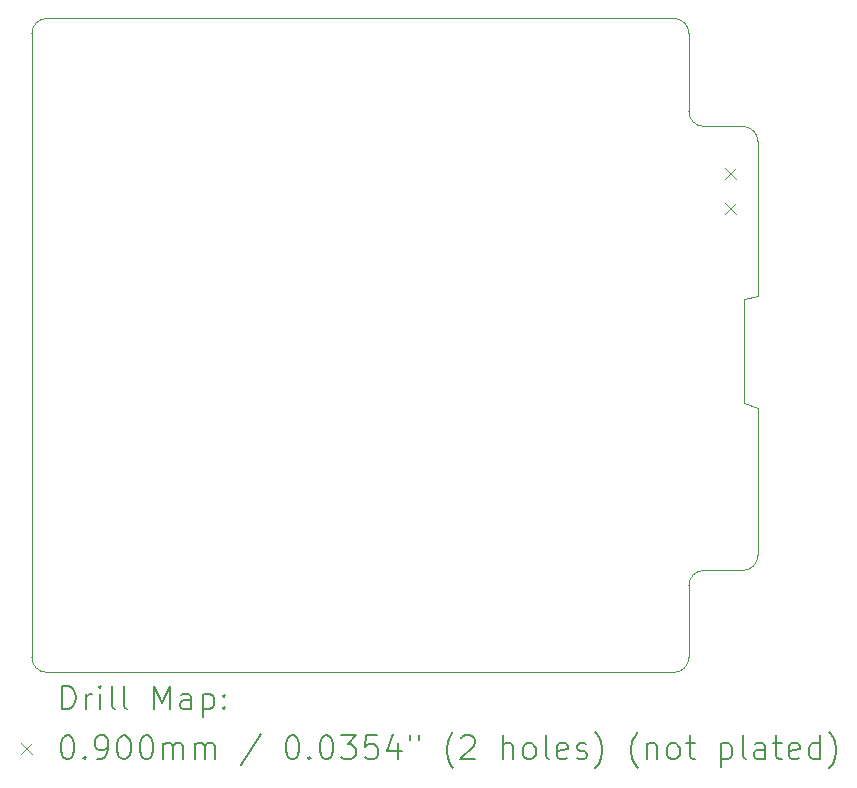
<source format=gbr>
%FSLAX45Y45*%
G04 Gerber Fmt 4.5, Leading zero omitted, Abs format (unit mm)*
G04 Created by KiCad (PCBNEW (6.0.4-0)) date 2023-01-26 09:36:56*
%MOMM*%
%LPD*%
G01*
G04 APERTURE LIST*
%TA.AperFunction,Profile*%
%ADD10C,0.050000*%
%TD*%
%ADD11C,0.200000*%
%ADD12C,0.090000*%
G04 APERTURE END LIST*
D10*
X18656300Y-7994650D02*
X18656300Y-9245600D01*
X12509500Y-10109200D02*
X12509500Y-4826000D01*
X18199100Y-5613400D02*
X18529300Y-5613400D01*
X18072100Y-9499600D02*
X18072100Y-10109200D01*
X18656300Y-5740400D02*
G75*
G03*
X18529300Y-5613400I-127000J0D01*
G01*
X18529300Y-9372600D02*
G75*
G03*
X18656300Y-9245600I0J127000D01*
G01*
X18072100Y-5486400D02*
G75*
G03*
X18199100Y-5613400I127000J0D01*
G01*
X18072100Y-4826000D02*
X18072100Y-5486400D01*
X18199100Y-9372600D02*
G75*
G03*
X18072100Y-9499600I0J-127000D01*
G01*
X18199100Y-9372600D02*
X18529300Y-9372600D01*
X12636500Y-4699000D02*
X17945100Y-4699000D01*
X17945100Y-10236200D02*
X12636500Y-10236200D01*
X12509500Y-10109200D02*
G75*
G03*
X12636500Y-10236200I127000J0D01*
G01*
X18542000Y-7076440D02*
X18542000Y-7956550D01*
X17945100Y-10236200D02*
G75*
G03*
X18072100Y-10109200I0J127000D01*
G01*
X12636500Y-4699000D02*
G75*
G03*
X12509500Y-4826000I0J-127000D01*
G01*
X18656300Y-5740400D02*
X18656300Y-7045960D01*
X18542000Y-7076440D02*
X18656300Y-7045960D01*
X18072100Y-4826000D02*
G75*
G03*
X17945100Y-4699000I-127000J0D01*
G01*
X18656300Y-7994650D02*
X18542000Y-7956550D01*
D11*
D12*
X18377600Y-5964500D02*
X18467600Y-6054500D01*
X18467600Y-5964500D02*
X18377600Y-6054500D01*
X18377600Y-6264500D02*
X18467600Y-6354500D01*
X18467600Y-6264500D02*
X18377600Y-6354500D01*
D11*
X12764619Y-10549176D02*
X12764619Y-10349176D01*
X12812238Y-10349176D01*
X12840809Y-10358700D01*
X12859857Y-10377748D01*
X12869381Y-10396795D01*
X12878905Y-10434890D01*
X12878905Y-10463462D01*
X12869381Y-10501557D01*
X12859857Y-10520605D01*
X12840809Y-10539652D01*
X12812238Y-10549176D01*
X12764619Y-10549176D01*
X12964619Y-10549176D02*
X12964619Y-10415843D01*
X12964619Y-10453938D02*
X12974143Y-10434890D01*
X12983667Y-10425367D01*
X13002714Y-10415843D01*
X13021762Y-10415843D01*
X13088428Y-10549176D02*
X13088428Y-10415843D01*
X13088428Y-10349176D02*
X13078905Y-10358700D01*
X13088428Y-10368224D01*
X13097952Y-10358700D01*
X13088428Y-10349176D01*
X13088428Y-10368224D01*
X13212238Y-10549176D02*
X13193190Y-10539652D01*
X13183667Y-10520605D01*
X13183667Y-10349176D01*
X13317000Y-10549176D02*
X13297952Y-10539652D01*
X13288428Y-10520605D01*
X13288428Y-10349176D01*
X13545571Y-10549176D02*
X13545571Y-10349176D01*
X13612238Y-10492033D01*
X13678905Y-10349176D01*
X13678905Y-10549176D01*
X13859857Y-10549176D02*
X13859857Y-10444414D01*
X13850333Y-10425367D01*
X13831286Y-10415843D01*
X13793190Y-10415843D01*
X13774143Y-10425367D01*
X13859857Y-10539652D02*
X13840809Y-10549176D01*
X13793190Y-10549176D01*
X13774143Y-10539652D01*
X13764619Y-10520605D01*
X13764619Y-10501557D01*
X13774143Y-10482510D01*
X13793190Y-10472986D01*
X13840809Y-10472986D01*
X13859857Y-10463462D01*
X13955095Y-10415843D02*
X13955095Y-10615843D01*
X13955095Y-10425367D02*
X13974143Y-10415843D01*
X14012238Y-10415843D01*
X14031286Y-10425367D01*
X14040809Y-10434890D01*
X14050333Y-10453938D01*
X14050333Y-10511081D01*
X14040809Y-10530129D01*
X14031286Y-10539652D01*
X14012238Y-10549176D01*
X13974143Y-10549176D01*
X13955095Y-10539652D01*
X14136048Y-10530129D02*
X14145571Y-10539652D01*
X14136048Y-10549176D01*
X14126524Y-10539652D01*
X14136048Y-10530129D01*
X14136048Y-10549176D01*
X14136048Y-10425367D02*
X14145571Y-10434890D01*
X14136048Y-10444414D01*
X14126524Y-10434890D01*
X14136048Y-10425367D01*
X14136048Y-10444414D01*
D12*
X12417000Y-10833700D02*
X12507000Y-10923700D01*
X12507000Y-10833700D02*
X12417000Y-10923700D01*
D11*
X12802714Y-10769176D02*
X12821762Y-10769176D01*
X12840809Y-10778700D01*
X12850333Y-10788224D01*
X12859857Y-10807271D01*
X12869381Y-10845367D01*
X12869381Y-10892986D01*
X12859857Y-10931081D01*
X12850333Y-10950129D01*
X12840809Y-10959652D01*
X12821762Y-10969176D01*
X12802714Y-10969176D01*
X12783667Y-10959652D01*
X12774143Y-10950129D01*
X12764619Y-10931081D01*
X12755095Y-10892986D01*
X12755095Y-10845367D01*
X12764619Y-10807271D01*
X12774143Y-10788224D01*
X12783667Y-10778700D01*
X12802714Y-10769176D01*
X12955095Y-10950129D02*
X12964619Y-10959652D01*
X12955095Y-10969176D01*
X12945571Y-10959652D01*
X12955095Y-10950129D01*
X12955095Y-10969176D01*
X13059857Y-10969176D02*
X13097952Y-10969176D01*
X13117000Y-10959652D01*
X13126524Y-10950129D01*
X13145571Y-10921557D01*
X13155095Y-10883462D01*
X13155095Y-10807271D01*
X13145571Y-10788224D01*
X13136048Y-10778700D01*
X13117000Y-10769176D01*
X13078905Y-10769176D01*
X13059857Y-10778700D01*
X13050333Y-10788224D01*
X13040809Y-10807271D01*
X13040809Y-10854890D01*
X13050333Y-10873938D01*
X13059857Y-10883462D01*
X13078905Y-10892986D01*
X13117000Y-10892986D01*
X13136048Y-10883462D01*
X13145571Y-10873938D01*
X13155095Y-10854890D01*
X13278905Y-10769176D02*
X13297952Y-10769176D01*
X13317000Y-10778700D01*
X13326524Y-10788224D01*
X13336048Y-10807271D01*
X13345571Y-10845367D01*
X13345571Y-10892986D01*
X13336048Y-10931081D01*
X13326524Y-10950129D01*
X13317000Y-10959652D01*
X13297952Y-10969176D01*
X13278905Y-10969176D01*
X13259857Y-10959652D01*
X13250333Y-10950129D01*
X13240809Y-10931081D01*
X13231286Y-10892986D01*
X13231286Y-10845367D01*
X13240809Y-10807271D01*
X13250333Y-10788224D01*
X13259857Y-10778700D01*
X13278905Y-10769176D01*
X13469381Y-10769176D02*
X13488428Y-10769176D01*
X13507476Y-10778700D01*
X13517000Y-10788224D01*
X13526524Y-10807271D01*
X13536048Y-10845367D01*
X13536048Y-10892986D01*
X13526524Y-10931081D01*
X13517000Y-10950129D01*
X13507476Y-10959652D01*
X13488428Y-10969176D01*
X13469381Y-10969176D01*
X13450333Y-10959652D01*
X13440809Y-10950129D01*
X13431286Y-10931081D01*
X13421762Y-10892986D01*
X13421762Y-10845367D01*
X13431286Y-10807271D01*
X13440809Y-10788224D01*
X13450333Y-10778700D01*
X13469381Y-10769176D01*
X13621762Y-10969176D02*
X13621762Y-10835843D01*
X13621762Y-10854890D02*
X13631286Y-10845367D01*
X13650333Y-10835843D01*
X13678905Y-10835843D01*
X13697952Y-10845367D01*
X13707476Y-10864414D01*
X13707476Y-10969176D01*
X13707476Y-10864414D02*
X13717000Y-10845367D01*
X13736048Y-10835843D01*
X13764619Y-10835843D01*
X13783667Y-10845367D01*
X13793190Y-10864414D01*
X13793190Y-10969176D01*
X13888428Y-10969176D02*
X13888428Y-10835843D01*
X13888428Y-10854890D02*
X13897952Y-10845367D01*
X13917000Y-10835843D01*
X13945571Y-10835843D01*
X13964619Y-10845367D01*
X13974143Y-10864414D01*
X13974143Y-10969176D01*
X13974143Y-10864414D02*
X13983667Y-10845367D01*
X14002714Y-10835843D01*
X14031286Y-10835843D01*
X14050333Y-10845367D01*
X14059857Y-10864414D01*
X14059857Y-10969176D01*
X14450333Y-10759652D02*
X14278905Y-11016795D01*
X14707476Y-10769176D02*
X14726524Y-10769176D01*
X14745571Y-10778700D01*
X14755095Y-10788224D01*
X14764619Y-10807271D01*
X14774143Y-10845367D01*
X14774143Y-10892986D01*
X14764619Y-10931081D01*
X14755095Y-10950129D01*
X14745571Y-10959652D01*
X14726524Y-10969176D01*
X14707476Y-10969176D01*
X14688428Y-10959652D01*
X14678905Y-10950129D01*
X14669381Y-10931081D01*
X14659857Y-10892986D01*
X14659857Y-10845367D01*
X14669381Y-10807271D01*
X14678905Y-10788224D01*
X14688428Y-10778700D01*
X14707476Y-10769176D01*
X14859857Y-10950129D02*
X14869381Y-10959652D01*
X14859857Y-10969176D01*
X14850333Y-10959652D01*
X14859857Y-10950129D01*
X14859857Y-10969176D01*
X14993190Y-10769176D02*
X15012238Y-10769176D01*
X15031286Y-10778700D01*
X15040809Y-10788224D01*
X15050333Y-10807271D01*
X15059857Y-10845367D01*
X15059857Y-10892986D01*
X15050333Y-10931081D01*
X15040809Y-10950129D01*
X15031286Y-10959652D01*
X15012238Y-10969176D01*
X14993190Y-10969176D01*
X14974143Y-10959652D01*
X14964619Y-10950129D01*
X14955095Y-10931081D01*
X14945571Y-10892986D01*
X14945571Y-10845367D01*
X14955095Y-10807271D01*
X14964619Y-10788224D01*
X14974143Y-10778700D01*
X14993190Y-10769176D01*
X15126524Y-10769176D02*
X15250333Y-10769176D01*
X15183667Y-10845367D01*
X15212238Y-10845367D01*
X15231286Y-10854890D01*
X15240809Y-10864414D01*
X15250333Y-10883462D01*
X15250333Y-10931081D01*
X15240809Y-10950129D01*
X15231286Y-10959652D01*
X15212238Y-10969176D01*
X15155095Y-10969176D01*
X15136048Y-10959652D01*
X15126524Y-10950129D01*
X15431286Y-10769176D02*
X15336048Y-10769176D01*
X15326524Y-10864414D01*
X15336048Y-10854890D01*
X15355095Y-10845367D01*
X15402714Y-10845367D01*
X15421762Y-10854890D01*
X15431286Y-10864414D01*
X15440809Y-10883462D01*
X15440809Y-10931081D01*
X15431286Y-10950129D01*
X15421762Y-10959652D01*
X15402714Y-10969176D01*
X15355095Y-10969176D01*
X15336048Y-10959652D01*
X15326524Y-10950129D01*
X15612238Y-10835843D02*
X15612238Y-10969176D01*
X15564619Y-10759652D02*
X15517000Y-10902510D01*
X15640809Y-10902510D01*
X15707476Y-10769176D02*
X15707476Y-10807271D01*
X15783667Y-10769176D02*
X15783667Y-10807271D01*
X16078905Y-11045367D02*
X16069381Y-11035843D01*
X16050333Y-11007271D01*
X16040809Y-10988224D01*
X16031286Y-10959652D01*
X16021762Y-10912033D01*
X16021762Y-10873938D01*
X16031286Y-10826319D01*
X16040809Y-10797748D01*
X16050333Y-10778700D01*
X16069381Y-10750129D01*
X16078905Y-10740605D01*
X16145571Y-10788224D02*
X16155095Y-10778700D01*
X16174143Y-10769176D01*
X16221762Y-10769176D01*
X16240809Y-10778700D01*
X16250333Y-10788224D01*
X16259857Y-10807271D01*
X16259857Y-10826319D01*
X16250333Y-10854890D01*
X16136048Y-10969176D01*
X16259857Y-10969176D01*
X16497952Y-10969176D02*
X16497952Y-10769176D01*
X16583667Y-10969176D02*
X16583667Y-10864414D01*
X16574143Y-10845367D01*
X16555095Y-10835843D01*
X16526524Y-10835843D01*
X16507476Y-10845367D01*
X16497952Y-10854890D01*
X16707476Y-10969176D02*
X16688428Y-10959652D01*
X16678905Y-10950129D01*
X16669381Y-10931081D01*
X16669381Y-10873938D01*
X16678905Y-10854890D01*
X16688428Y-10845367D01*
X16707476Y-10835843D01*
X16736048Y-10835843D01*
X16755095Y-10845367D01*
X16764619Y-10854890D01*
X16774143Y-10873938D01*
X16774143Y-10931081D01*
X16764619Y-10950129D01*
X16755095Y-10959652D01*
X16736048Y-10969176D01*
X16707476Y-10969176D01*
X16888429Y-10969176D02*
X16869381Y-10959652D01*
X16859857Y-10940605D01*
X16859857Y-10769176D01*
X17040810Y-10959652D02*
X17021762Y-10969176D01*
X16983667Y-10969176D01*
X16964619Y-10959652D01*
X16955095Y-10940605D01*
X16955095Y-10864414D01*
X16964619Y-10845367D01*
X16983667Y-10835843D01*
X17021762Y-10835843D01*
X17040810Y-10845367D01*
X17050333Y-10864414D01*
X17050333Y-10883462D01*
X16955095Y-10902510D01*
X17126524Y-10959652D02*
X17145571Y-10969176D01*
X17183667Y-10969176D01*
X17202714Y-10959652D01*
X17212238Y-10940605D01*
X17212238Y-10931081D01*
X17202714Y-10912033D01*
X17183667Y-10902510D01*
X17155095Y-10902510D01*
X17136048Y-10892986D01*
X17126524Y-10873938D01*
X17126524Y-10864414D01*
X17136048Y-10845367D01*
X17155095Y-10835843D01*
X17183667Y-10835843D01*
X17202714Y-10845367D01*
X17278905Y-11045367D02*
X17288429Y-11035843D01*
X17307476Y-11007271D01*
X17317000Y-10988224D01*
X17326524Y-10959652D01*
X17336048Y-10912033D01*
X17336048Y-10873938D01*
X17326524Y-10826319D01*
X17317000Y-10797748D01*
X17307476Y-10778700D01*
X17288429Y-10750129D01*
X17278905Y-10740605D01*
X17640810Y-11045367D02*
X17631286Y-11035843D01*
X17612238Y-11007271D01*
X17602714Y-10988224D01*
X17593190Y-10959652D01*
X17583667Y-10912033D01*
X17583667Y-10873938D01*
X17593190Y-10826319D01*
X17602714Y-10797748D01*
X17612238Y-10778700D01*
X17631286Y-10750129D01*
X17640810Y-10740605D01*
X17717000Y-10835843D02*
X17717000Y-10969176D01*
X17717000Y-10854890D02*
X17726524Y-10845367D01*
X17745571Y-10835843D01*
X17774143Y-10835843D01*
X17793190Y-10845367D01*
X17802714Y-10864414D01*
X17802714Y-10969176D01*
X17926524Y-10969176D02*
X17907476Y-10959652D01*
X17897952Y-10950129D01*
X17888429Y-10931081D01*
X17888429Y-10873938D01*
X17897952Y-10854890D01*
X17907476Y-10845367D01*
X17926524Y-10835843D01*
X17955095Y-10835843D01*
X17974143Y-10845367D01*
X17983667Y-10854890D01*
X17993190Y-10873938D01*
X17993190Y-10931081D01*
X17983667Y-10950129D01*
X17974143Y-10959652D01*
X17955095Y-10969176D01*
X17926524Y-10969176D01*
X18050333Y-10835843D02*
X18126524Y-10835843D01*
X18078905Y-10769176D02*
X18078905Y-10940605D01*
X18088429Y-10959652D01*
X18107476Y-10969176D01*
X18126524Y-10969176D01*
X18345571Y-10835843D02*
X18345571Y-11035843D01*
X18345571Y-10845367D02*
X18364619Y-10835843D01*
X18402714Y-10835843D01*
X18421762Y-10845367D01*
X18431286Y-10854890D01*
X18440810Y-10873938D01*
X18440810Y-10931081D01*
X18431286Y-10950129D01*
X18421762Y-10959652D01*
X18402714Y-10969176D01*
X18364619Y-10969176D01*
X18345571Y-10959652D01*
X18555095Y-10969176D02*
X18536048Y-10959652D01*
X18526524Y-10940605D01*
X18526524Y-10769176D01*
X18717000Y-10969176D02*
X18717000Y-10864414D01*
X18707476Y-10845367D01*
X18688429Y-10835843D01*
X18650333Y-10835843D01*
X18631286Y-10845367D01*
X18717000Y-10959652D02*
X18697952Y-10969176D01*
X18650333Y-10969176D01*
X18631286Y-10959652D01*
X18621762Y-10940605D01*
X18621762Y-10921557D01*
X18631286Y-10902510D01*
X18650333Y-10892986D01*
X18697952Y-10892986D01*
X18717000Y-10883462D01*
X18783667Y-10835843D02*
X18859857Y-10835843D01*
X18812238Y-10769176D02*
X18812238Y-10940605D01*
X18821762Y-10959652D01*
X18840810Y-10969176D01*
X18859857Y-10969176D01*
X19002714Y-10959652D02*
X18983667Y-10969176D01*
X18945571Y-10969176D01*
X18926524Y-10959652D01*
X18917000Y-10940605D01*
X18917000Y-10864414D01*
X18926524Y-10845367D01*
X18945571Y-10835843D01*
X18983667Y-10835843D01*
X19002714Y-10845367D01*
X19012238Y-10864414D01*
X19012238Y-10883462D01*
X18917000Y-10902510D01*
X19183667Y-10969176D02*
X19183667Y-10769176D01*
X19183667Y-10959652D02*
X19164619Y-10969176D01*
X19126524Y-10969176D01*
X19107476Y-10959652D01*
X19097952Y-10950129D01*
X19088429Y-10931081D01*
X19088429Y-10873938D01*
X19097952Y-10854890D01*
X19107476Y-10845367D01*
X19126524Y-10835843D01*
X19164619Y-10835843D01*
X19183667Y-10845367D01*
X19259857Y-11045367D02*
X19269381Y-11035843D01*
X19288429Y-11007271D01*
X19297952Y-10988224D01*
X19307476Y-10959652D01*
X19317000Y-10912033D01*
X19317000Y-10873938D01*
X19307476Y-10826319D01*
X19297952Y-10797748D01*
X19288429Y-10778700D01*
X19269381Y-10750129D01*
X19259857Y-10740605D01*
M02*

</source>
